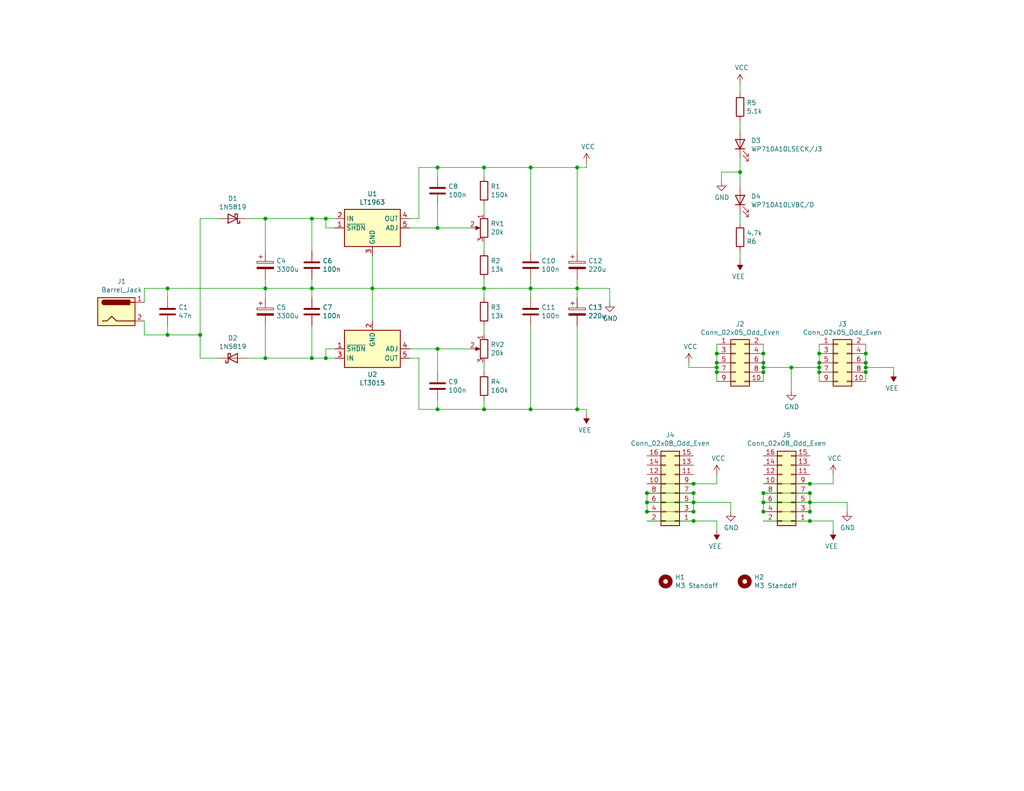
<source format=kicad_sch>
(kicad_sch (version 20211123) (generator eeschema)
  (paper "USLetter")
  (title_block (title "Breadboard Power") (date "2022-03-31") (rev "2") (company "New Systems Instruments"))
  (lib_symbols
    (symbol "Connector:Barrel_Jack" (pin_names (offset 1.016))
      (property "Reference" "J" (at 0 5.334 0))
      (property "Value" "Barrel_Jack" (at 0 -5.08 0))
      (symbol "Barrel_Jack_0_1"
        (rectangle (start -5.08 3.81) (end 5.08 -3.81) (stroke (width 0.254)) (fill (type background)))
        (arc (start -3.302 3.175) (mid -3.937 2.54) (end -3.302 1.905) (stroke (width 0.254)))
        (arc (start -3.302 3.175) (mid -3.937 2.54) (end -3.302 1.905) (stroke (width 0.254)) (fill (type outline)))
        (polyline (pts (xy 5.08 2.54) (xy 3.81 2.54)) (stroke (width 0.254)))
        (polyline (pts (xy -3.81 -2.54) (xy -2.54 -2.54) (xy -1.27 -1.27) (xy 0 -2.54) (xy 2.54 -2.54) (xy 5.08 -2.54)) (stroke (width 0.254)))
        (rectangle (start 3.683 3.175) (end -3.302 1.905) (stroke (width 0.254)) (fill (type outline)))
      )
      (symbol "Barrel_Jack_1_1"
        (pin passive line (at 7.62 2.54 180) (length 2.54) (name "~") (number "1"))
        (pin passive line (at 7.62 -2.54 180) (length 2.54) (name "~") (number "2"))
      )
    )
    (symbol "Connector_Generic:Conn_02x05_Odd_Even" (pin_names (offset 1.016) hide)
      (property "Reference" "J" (at 1.27 7.62 0))
      (property "Value" "Conn_02x05_Odd_Even" (at 1.27 -7.62 0))
      (symbol "Conn_02x05_Odd_Even_1_1"
        (rectangle (start -1.27 -4.953) (end 0 -5.207) (stroke (width 0.1524)))
        (rectangle (start -1.27 -2.413) (end 0 -2.667) (stroke (width 0.1524)))
        (rectangle (start -1.27 0.127) (end 0 -0.127) (stroke (width 0.1524)))
        (rectangle (start -1.27 2.667) (end 0 2.413) (stroke (width 0.1524)))
        (rectangle (start -1.27 5.207) (end 0 4.953) (stroke (width 0.1524)))
        (rectangle (start -1.27 6.35) (end 3.81 -6.35) (stroke (width 0.254)) (fill (type background)))
        (rectangle (start 3.81 -4.953) (end 2.54 -5.207) (stroke (width 0.1524)))
        (rectangle (start 3.81 -2.413) (end 2.54 -2.667) (stroke (width 0.1524)))
        (rectangle (start 3.81 0.127) (end 2.54 -0.127) (stroke (width 0.1524)))
        (rectangle (start 3.81 2.667) (end 2.54 2.413) (stroke (width 0.1524)))
        (rectangle (start 3.81 5.207) (end 2.54 4.953) (stroke (width 0.1524)))
        (pin passive line (at -5.08 5.08 0) (length 3.81) (name "Pin_1") (number "1"))
        (pin passive line (at 7.62 -5.08 180) (length 3.81) (name "Pin_10") (number "10"))
        (pin passive line (at 7.62 5.08 180) (length 3.81) (name "Pin_2") (number "2"))
        (pin passive line (at -5.08 2.54 0) (length 3.81) (name "Pin_3") (number "3"))
        (pin passive line (at 7.62 2.54 180) (length 3.81) (name "Pin_4") (number "4"))
        (pin passive line (at -5.08 0 0) (length 3.81) (name "Pin_5") (number "5"))
        (pin passive line (at 7.62 0 180) (length 3.81) (name "Pin_6") (number "6"))
        (pin passive line (at -5.08 -2.54 0) (length 3.81) (name "Pin_7") (number "7"))
        (pin passive line (at 7.62 -2.54 180) (length 3.81) (name "Pin_8") (number "8"))
        (pin passive line (at -5.08 -5.08 0) (length 3.81) (name "Pin_9") (number "9"))
      )
    )
    (symbol "Connector_Generic:Conn_02x08_Odd_Even" (pin_names (offset 1.016) hide)
      (property "Reference" "J" (at 1.27 10.16 0))
      (property "Value" "Conn_02x08_Odd_Even" (at 1.27 -12.7 0))
      (symbol "Conn_02x08_Odd_Even_1_1"
        (rectangle (start -1.27 -10.033) (end 0 -10.287) (stroke (width 0.1524)))
        (rectangle (start -1.27 -7.493) (end 0 -7.747) (stroke (width 0.1524)))
        (rectangle (start -1.27 -4.953) (end 0 -5.207) (stroke (width 0.1524)))
        (rectangle (start -1.27 -2.413) (end 0 -2.667) (stroke (width 0.1524)))
        (rectangle (start -1.27 0.127) (end 0 -0.127) (stroke (width 0.1524)))
        (rectangle (start -1.27 2.667) (end 0 2.413) (stroke (width 0.1524)))
        (rectangle (start -1.27 5.207) (end 0 4.953) (stroke (width 0.1524)))
        (rectangle (start -1.27 7.747) (end 0 7.493) (stroke (width 0.1524)))
        (rectangle (start -1.27 8.89) (end 3.81 -11.43) (stroke (width 0.254)) (fill (type background)))
        (rectangle (start 3.81 -10.033) (end 2.54 -10.287) (stroke (width 0.1524)))
        (rectangle (start 3.81 -7.493) (end 2.54 -7.747) (stroke (width 0.1524)))
        (rectangle (start 3.81 -4.953) (end 2.54 -5.207) (stroke (width 0.1524)))
        (rectangle (start 3.81 -2.413) (end 2.54 -2.667) (stroke (width 0.1524)))
        (rectangle (start 3.81 0.127) (end 2.54 -0.127) (stroke (width 0.1524)))
        (rectangle (start 3.81 2.667) (end 2.54 2.413) (stroke (width 0.1524)))
        (rectangle (start 3.81 5.207) (end 2.54 4.953) (stroke (width 0.1524)))
        (rectangle (start 3.81 7.747) (end 2.54 7.493) (stroke (width 0.1524)))
        (pin passive line (at -5.08 7.62 0) (length 3.81) (name "Pin_1") (number "1"))
        (pin passive line (at 7.62 -2.54 180) (length 3.81) (name "Pin_10") (number "10"))
        (pin passive line (at -5.08 -5.08 0) (length 3.81) (name "Pin_11") (number "11"))
        (pin passive line (at 7.62 -5.08 180) (length 3.81) (name "Pin_12") (number "12"))
        (pin passive line (at -5.08 -7.62 0) (length 3.81) (name "Pin_13") (number "13"))
        (pin passive line (at 7.62 -7.62 180) (length 3.81) (name "Pin_14") (number "14"))
        (pin passive line (at -5.08 -10.16 0) (length 3.81) (name "Pin_15") (number "15"))
        (pin passive line (at 7.62 -10.16 180) (length 3.81) (name "Pin_16") (number "16"))
        (pin passive line (at 7.62 7.62 180) (length 3.81) (name "Pin_2") (number "2"))
        (pin passive line (at -5.08 5.08 0) (length 3.81) (name "Pin_3") (number "3"))
        (pin passive line (at 7.62 5.08 180) (length 3.81) (name "Pin_4") (number "4"))
        (pin passive line (at -5.08 2.54 0) (length 3.81) (name "Pin_5") (number "5"))
        (pin passive line (at 7.62 2.54 180) (length 3.81) (name "Pin_6") (number "6"))
        (pin passive line (at -5.08 0 0) (length 3.81) (name "Pin_7") (number "7"))
        (pin passive line (at 7.62 0 180) (length 3.81) (name "Pin_8") (number "8"))
        (pin passive line (at -5.08 -2.54 0) (length 3.81) (name "Pin_9") (number "9"))
      )
    )
    (symbol "Device:C" (pin_numbers hide) (pin_names (offset 0.254))
      (property "Reference" "C" (at 0.635 2.54 0))
      (property "Value" "C" (at 0.635 -2.54 0))
      (symbol "C_0_1"
        (polyline (pts (xy -2.032 -0.762) (xy 2.032 -0.762)) (stroke (width 0.508)))
        (polyline (pts (xy -2.032 0.762) (xy 2.032 0.762)) (stroke (width 0.508)))
      )
      (symbol "C_1_1"
        (pin passive line (at 0 3.81 270) (length 2.794) (name "~") (number "1"))
        (pin passive line (at 0 -3.81 90) (length 2.794) (name "~") (number "2"))
      )
    )
    (symbol "Device:CP" (pin_numbers hide) (pin_names (offset 0.254))
      (property "Reference" "C" (at 0.635 2.54 0))
      (property "Value" "Device_CP" (at 0.635 -2.54 0))
      (symbol "CP_0_1"
        (rectangle (start -2.286 0.508) (end 2.286 1.016))
        (polyline (pts (xy -1.778 2.286) (xy -0.762 2.286)))
        (polyline (pts (xy -1.27 2.794) (xy -1.27 1.778)))
        (rectangle (start 2.286 -0.508) (end -2.286 -1.016) (fill (type outline)))
      )
      (symbol "CP_1_1"
        (pin passive line (at 0 3.81 270) (length 2.794) (name "~") (number "1"))
        (pin passive line (at 0 -3.81 90) (length 2.794) (name "~") (number "2"))
      )
    )
    (symbol "Device:D_Schottky" (pin_numbers hide) (pin_names (offset 1.016) hide)
      (property "Reference" "D" (at 0 2.54 0))
      (property "Value" "D_Schottky" (at 0 -2.54 0))
      (symbol "D_Schottky_0_1"
        (polyline (pts (xy 1.27 0) (xy -1.27 0)))
        (polyline (pts (xy 1.27 1.27) (xy 1.27 -1.27) (xy -1.27 0) (xy 1.27 1.27)) (stroke (width 0.254)))
        (polyline (pts (xy -1.905 0.635) (xy -1.905 1.27) (xy -1.27 1.27) (xy -1.27 -1.27) (xy -0.635 -1.27) (xy -0.635 -0.635)) (stroke (width 0.254)))
      )
      (symbol "D_Schottky_1_1"
        (pin passive line (at -3.81 0 0) (length 2.54) (name "K") (number "1"))
        (pin passive line (at 3.81 0 180) (length 2.54) (name "A") (number "2"))
      )
    )
    (symbol "Device:LED" (pin_numbers hide) (pin_names (offset 1.016) hide)
      (property "Reference" "D" (at 0 2.54 0))
      (property "Value" "LED" (at 0 -2.54 0))
      (symbol "LED_0_1"
        (polyline (pts (xy -1.27 -1.27) (xy -1.27 1.27)) (stroke (width 0.254)))
        (polyline (pts (xy -1.27 0) (xy 1.27 0)))
        (polyline (pts (xy 1.27 -1.27) (xy 1.27 1.27) (xy -1.27 0) (xy 1.27 -1.27)) (stroke (width 0.254)))
        (polyline (pts (xy -3.048 -0.762) (xy -4.572 -2.286) (xy -3.81 -2.286) (xy -4.572 -2.286) (xy -4.572 -1.524)))
        (polyline (pts (xy -1.778 -0.762) (xy -3.302 -2.286) (xy -2.54 -2.286) (xy -3.302 -2.286) (xy -3.302 -1.524)))
      )
      (symbol "LED_1_1"
        (pin passive line (at -3.81 0 0) (length 2.54) (name "K") (number "1"))
        (pin passive line (at 3.81 0 180) (length 2.54) (name "A") (number "2"))
      )
    )
    (symbol "Device:R" (pin_numbers hide) (pin_names (offset 0))
      (property "Reference" "R" (at 2.032 0 90))
      (property "Value" "R" (at 0 0 90))
      (symbol "R_0_1"
        (rectangle (start -1.016 -2.54) (end 1.016 2.54) (stroke (width 0.254)))
      )
      (symbol "R_1_1"
        (pin passive line (at 0 3.81 270) (length 1.27) (name "~") (number "1"))
        (pin passive line (at 0 -3.81 90) (length 1.27) (name "~") (number "2"))
      )
    )
    (symbol "Device:R_POT" (pin_names (offset 1.016) hide)
      (property "Reference" "RV" (at -4.445 0 90))
      (property "Value" "Device_R_POT" (at -2.54 0 90))
      (symbol "R_POT_0_1"
        (polyline (pts (xy 2.54 0) (xy 1.524 0)))
        (polyline (pts (xy 1.143 0) (xy 2.286 0.508) (xy 2.286 -0.508) (xy 1.143 0)) (fill (type outline)))
        (rectangle (start 1.016 2.54) (end -1.016 -2.54) (stroke (width 0.254)))
      )
      (symbol "R_POT_1_1"
        (pin passive line (at 0 3.81 270) (length 1.27) (name "1") (number "1"))
        (pin passive line (at 3.81 0 180) (length 1.27) (name "2") (number "2"))
        (pin passive line (at 0 -3.81 90) (length 1.27) (name "3") (number "3"))
      )
    )
    (symbol "Mechanical:MountingHole" (pin_names (offset 1.016))
      (property "Reference" "H" (at 0 5.08 0))
      (property "Value" "MountingHole" (at 0 3.175 0))
      (symbol "MountingHole_0_1"
        (circle (center 0 0) (radius 1.27) (stroke (width 1.27)))
      )
    )
    (symbol "Regulator_Linear:LT1963AEQ"
      (property "Reference" "U" (at -7.62 6.35 0))
      (property "Value" "LT1963AEQ" (at -1.27 6.35 0))
      (symbol "LT1963AEQ_0_1"
        (rectangle (start -7.62 5.08) (end 7.62 -5.08) (stroke (width 0.254)) (fill (type background)))
      )
      (symbol "LT1963AEQ_1_1"
        (pin input line (at -10.16 0 0) (length 2.54) (name "~{SHDN}") (number "1"))
        (pin power_in line (at -10.16 2.54 0) (length 2.54) (name "IN") (number "2"))
        (pin power_in line (at 0 -7.62 90) (length 2.54) (name "GND") (number "3"))
        (pin power_out line (at 10.16 2.54 180) (length 2.54) (name "OUT") (number "4"))
        (pin input line (at 10.16 0 180) (length 2.54) (name "ADJ") (number "5"))
      )
    )
    (symbol "Regulator_Linear:LT3015Q"
      (property "Reference" "U" (at -6.35 6.35 0))
      (property "Value" "LT3015Q" (at 0 6.35 0))
      (symbol "LT3015Q_0_1"
        (rectangle (start -7.62 5.08) (end 7.62 -5.08) (stroke (width 0.254)) (fill (type background)))
      )
      (symbol "LT3015Q_1_1"
        (pin input line (at -10.16 0 0) (length 2.54) (name "~{SHDN}") (number "1"))
        (pin power_in line (at 0 -7.62 90) (length 2.54) (name "GND") (number "2"))
        (pin power_in line (at -10.16 2.54 0) (length 2.54) (name "IN") (number "3"))
        (pin input line (at 10.16 0 180) (length 2.54) (name "ADJ") (number "4"))
        (pin power_out line (at 10.16 2.54 180) (length 2.54) (name "OUT") (number "5"))
      )
    )
    (symbol "power:GND" (power) (pin_names (offset 0))
      (property "Value" "GND" (at 0 -3.81 0))
      (symbol "GND_0_1"
        (polyline (pts (xy 0 0) (xy 0 -1.27) (xy 1.27 -1.27) (xy 0 -2.54) (xy -1.27 -1.27) (xy 0 -1.27)))
      )
      (symbol "GND_1_1"
        (pin power_in line (at 0 0 270) (length 0) hide (name "GND") (number "1"))
      )
    )
    (symbol "power:VCC" (power) (pin_names (offset 0))
      (property "Value" "VCC" (at 0 3.81 0))
      (symbol "VCC_0_1"
        (polyline (pts (xy -0.762 1.27) (xy 0 2.54)))
        (polyline (pts (xy 0 0) (xy 0 2.54)))
        (polyline (pts (xy 0 2.54) (xy 0.762 1.27)))
      )
      (symbol "VCC_1_1"
        (pin power_in line (at 0 0 90) (length 0) hide (name "VCC") (number "1"))
      )
    )
    (symbol "power:VEE" (power) (pin_names (offset 0))
      (property "Value" "VEE" (at 0 3.81 0))
      (symbol "VEE_0_1"
        (polyline (pts (xy 0 0) (xy 0 2.54)))
        (polyline (pts (xy 0.762 1.27) (xy -0.762 1.27) (xy 0 2.54) (xy 0.762 1.27)) (fill (type outline)))
      )
      (symbol "VEE_1_1"
        (pin power_in line (at 0 0 90) (length 0) hide (name "VEE") (number "1"))
      )
    )
  )
  (junction (at 88.9 97.79))
  (junction (at 132.08 78.74))
  (junction (at 189.23 134.62))
  (junction (at 176.53 139.7))
  (junction (at 223.52 99.06))
  (junction (at 220.98 137.16))
  (junction (at 157.48 78.74))
  (junction (at 223.52 96.52))
  (junction (at 223.52 100.33))
  (junction (at 157.48 45.72))
  (junction (at 85.09 78.74))
  (junction (at 176.53 137.16))
  (junction (at 45.72 91.44))
  (junction (at 189.23 139.7))
  (junction (at 144.78 111.76))
  (junction (at 85.09 97.79))
  (junction (at 119.38 95.25))
  (junction (at 72.39 97.79))
  (junction (at 157.48 111.76))
  (junction (at 85.09 59.69))
  (junction (at 208.28 96.52))
  (junction (at 215.9 100.33))
  (junction (at 201.93 46.99))
  (junction (at 236.22 99.06))
  (junction (at 208.28 101.6))
  (junction (at 220.98 134.62))
  (junction (at 132.08 111.76))
  (junction (at 144.78 45.72))
  (junction (at 72.39 78.74))
  (junction (at 189.23 132.08))
  (junction (at 220.98 132.08))
  (junction (at 236.22 96.52))
  (junction (at 236.22 100.33))
  (junction (at 132.08 45.72))
  (junction (at 88.9 59.69))
  (junction (at 208.28 134.62))
  (junction (at 208.28 100.33))
  (junction (at 195.58 100.33))
  (junction (at 220.98 139.7))
  (junction (at 195.58 99.06))
  (junction (at 101.6 78.74))
  (junction (at 72.39 59.69))
  (junction (at 208.28 99.06))
  (junction (at 45.72 78.74))
  (junction (at 208.28 139.7))
  (junction (at 144.78 78.74))
  (junction (at 195.58 96.52))
  (junction (at 119.38 45.72))
  (junction (at 176.53 134.62))
  (junction (at 54.61 91.44))
  (junction (at 119.38 111.76))
  (junction (at 208.28 137.16))
  (junction (at 195.58 101.6))
  (junction (at 119.38 62.23))
  (junction (at 236.22 101.6))
  (junction (at 189.23 137.16))
  (junction (at 189.23 142.24))
  (junction (at 223.52 101.6))
  (junction (at 220.98 142.24))
  (wire (pts (xy 189.23 134.62) (xy 189.23 137.16)))
  (wire (pts (xy 208.28 104.14) (xy 208.28 101.6)))
  (wire (pts (xy 243.84 100.33) (xy 243.84 101.6)))
  (wire (pts (xy 114.3 111.76) (xy 119.38 111.76)))
  (wire (pts (xy 223.52 99.06) (xy 223.52 100.33)))
  (wire (pts (xy 85.09 88.9) (xy 85.09 97.79)))
  (wire (pts (xy 157.48 68.58) (xy 157.48 45.72)))
  (wire (pts (xy 208.28 134.62) (xy 220.98 134.62)))
  (wire (pts (xy 132.08 45.72) (xy 132.08 48.26)))
  (wire (pts (xy 227.33 129.54) (xy 227.33 132.08)))
  (wire (pts (xy 101.6 69.85) (xy 101.6 78.74)))
  (wire (pts (xy 220.98 137.16) (xy 220.98 139.7)))
  (wire (pts (xy 39.37 91.44) (xy 45.72 91.44)))
  (wire (pts (xy 227.33 142.24) (xy 220.98 142.24)))
  (wire (pts (xy 67.31 59.69) (xy 72.39 59.69)))
  (wire (pts (xy 88.9 95.25) (xy 88.9 97.79)))
  (wire (pts (xy 39.37 87.63) (xy 39.37 91.44)))
  (wire (pts (xy 128.27 95.25) (xy 119.38 95.25)))
  (wire (pts (xy 119.38 62.23) (xy 119.38 55.88)))
  (wire (pts (xy 45.72 78.74) (xy 72.39 78.74)))
  (wire (pts (xy 91.44 59.69) (xy 88.9 59.69)))
  (wire (pts (xy 195.58 129.54) (xy 195.58 132.08)))
  (wire (pts (xy 85.09 59.69) (xy 72.39 59.69)))
  (wire (pts (xy 144.78 78.74) (xy 144.78 81.28)))
  (wire (pts (xy 195.58 100.33) (xy 195.58 101.6)))
  (wire (pts (xy 132.08 101.6) (xy 132.08 99.06)))
  (wire (pts (xy 223.52 100.33) (xy 223.52 101.6)))
  (wire (pts (xy 208.28 99.06) (xy 208.28 96.52)))
  (wire (pts (xy 223.52 101.6) (xy 223.52 104.14)))
  (wire (pts (xy 157.48 111.76) (xy 144.78 111.76)))
  (wire (pts (xy 111.76 97.79) (xy 114.3 97.79)))
  (wire (pts (xy 54.61 59.69) (xy 59.69 59.69)))
  (wire (pts (xy 215.9 100.33) (xy 223.52 100.33)))
  (wire (pts (xy 157.48 45.72) (xy 144.78 45.72)))
  (wire (pts (xy 220.98 132.08) (xy 227.33 132.08)))
  (wire (pts (xy 223.52 96.52) (xy 223.52 99.06)))
  (wire (pts (xy 101.6 78.74) (xy 85.09 78.74)))
  (wire (pts (xy 187.96 99.06) (xy 187.96 100.33)))
  (wire (pts (xy 132.08 91.44) (xy 132.08 88.9)))
  (wire (pts (xy 220.98 137.16) (xy 208.28 137.16)))
  (wire (pts (xy 144.78 68.58) (xy 144.78 45.72)))
  (wire (pts (xy 88.9 59.69) (xy 85.09 59.69)))
  (wire (pts (xy 85.09 78.74) (xy 72.39 78.74)))
  (wire (pts (xy 157.48 78.74) (xy 144.78 78.74)))
  (wire (pts (xy 144.78 88.9) (xy 144.78 111.76)))
  (wire (pts (xy 201.93 25.4) (xy 201.93 22.86)))
  (wire (pts (xy 72.39 78.74) (xy 72.39 81.28)))
  (wire (pts (xy 111.76 59.69) (xy 114.3 59.69)))
  (wire (pts (xy 144.78 45.72) (xy 132.08 45.72)))
  (wire (pts (xy 132.08 58.42) (xy 132.08 55.88)))
  (wire (pts (xy 195.58 96.52) (xy 195.58 99.06)))
  (wire (pts (xy 160.02 45.72) (xy 157.48 45.72)))
  (wire (pts (xy 119.38 62.23) (xy 111.76 62.23)))
  (wire (pts (xy 236.22 99.06) (xy 236.22 96.52)))
  (wire (pts (xy 215.9 100.33) (xy 215.9 106.68)))
  (wire (pts (xy 160.02 113.03) (xy 160.02 111.76)))
  (wire (pts (xy 236.22 99.06) (xy 236.22 100.33)))
  (wire (pts (xy 101.6 78.74) (xy 101.6 87.63)))
  (wire (pts (xy 166.37 78.74) (xy 157.48 78.74)))
  (wire (pts (xy 176.53 142.24) (xy 189.23 142.24)))
  (wire (pts (xy 119.38 45.72) (xy 119.38 48.26)))
  (wire (pts (xy 236.22 100.33) (xy 243.84 100.33)))
  (wire (pts (xy 72.39 88.9) (xy 72.39 97.79)))
  (wire (pts (xy 208.28 137.16) (xy 208.28 134.62)))
  (wire (pts (xy 114.3 59.69) (xy 114.3 45.72)))
  (wire (pts (xy 54.61 59.69) (xy 54.61 91.44)))
  (wire (pts (xy 72.39 97.79) (xy 85.09 97.79)))
  (wire (pts (xy 157.48 76.2) (xy 157.48 78.74)))
  (wire (pts (xy 132.08 76.2) (xy 132.08 78.74)))
  (wire (pts (xy 208.28 100.33) (xy 215.9 100.33)))
  (wire (pts (xy 236.22 100.33) (xy 236.22 101.6)))
  (wire (pts (xy 144.78 78.74) (xy 132.08 78.74)))
  (wire (pts (xy 176.53 139.7) (xy 176.53 137.16)))
  (wire (pts (xy 187.96 100.33) (xy 195.58 100.33)))
  (wire (pts (xy 199.39 139.7) (xy 199.39 137.16)))
  (wire (pts (xy 45.72 91.44) (xy 54.61 91.44)))
  (wire (pts (xy 72.39 68.58) (xy 72.39 59.69)))
  (wire (pts (xy 59.69 97.79) (xy 54.61 97.79)))
  (wire (pts (xy 223.52 93.98) (xy 223.52 96.52)))
  (wire (pts (xy 196.85 46.99) (xy 196.85 49.53)))
  (wire (pts (xy 114.3 45.72) (xy 119.38 45.72)))
  (wire (pts (xy 176.53 137.16) (xy 176.53 134.62)))
  (wire (pts (xy 119.38 101.6) (xy 119.38 95.25)))
  (wire (pts (xy 201.93 71.12) (xy 201.93 68.58)))
  (wire (pts (xy 144.78 111.76) (xy 132.08 111.76)))
  (wire (pts (xy 220.98 139.7) (xy 208.28 139.7)))
  (wire (pts (xy 236.22 101.6) (xy 236.22 104.14)))
  (wire (pts (xy 91.44 62.23) (xy 88.9 62.23)))
  (wire (pts (xy 119.38 111.76) (xy 132.08 111.76)))
  (wire (pts (xy 128.27 62.23) (xy 119.38 62.23)))
  (wire (pts (xy 195.58 144.78) (xy 195.58 142.24)))
  (wire (pts (xy 201.93 46.99) (xy 196.85 46.99)))
  (wire (pts (xy 132.08 78.74) (xy 132.08 81.28)))
  (wire (pts (xy 119.38 111.76) (xy 119.38 109.22)))
  (wire (pts (xy 231.14 137.16) (xy 220.98 137.16)))
  (wire (pts (xy 189.23 142.24) (xy 195.58 142.24)))
  (wire (pts (xy 144.78 76.2) (xy 144.78 78.74)))
  (wire (pts (xy 119.38 95.25) (xy 111.76 95.25)))
  (wire (pts (xy 39.37 82.55) (xy 39.37 78.74)))
  (wire (pts (xy 195.58 101.6) (xy 195.58 104.14)))
  (wire (pts (xy 201.93 60.96) (xy 201.93 58.42)))
  (wire (pts (xy 199.39 137.16) (xy 189.23 137.16)))
  (wire (pts (xy 208.28 142.24) (xy 220.98 142.24)))
  (wire (pts (xy 85.09 78.74) (xy 85.09 81.28)))
  (wire (pts (xy 85.09 59.69) (xy 85.09 68.58)))
  (wire (pts (xy 201.93 43.18) (xy 201.93 46.99)))
  (wire (pts (xy 189.23 132.08) (xy 195.58 132.08)))
  (wire (pts (xy 208.28 100.33) (xy 208.28 101.6)))
  (wire (pts (xy 160.02 111.76) (xy 157.48 111.76)))
  (wire (pts (xy 85.09 76.2) (xy 85.09 78.74)))
  (wire (pts (xy 88.9 62.23) (xy 88.9 59.69)))
  (wire (pts (xy 132.08 111.76) (xy 132.08 109.22)))
  (wire (pts (xy 67.31 97.79) (xy 72.39 97.79)))
  (wire (pts (xy 176.53 134.62) (xy 189.23 134.62)))
  (wire (pts (xy 189.23 139.7) (xy 176.53 139.7)))
  (wire (pts (xy 39.37 78.74) (xy 45.72 78.74)))
  (wire (pts (xy 195.58 99.06) (xy 195.58 100.33)))
  (wire (pts (xy 132.08 68.58) (xy 132.08 66.04)))
  (wire (pts (xy 208.28 99.06) (xy 208.28 100.33)))
  (wire (pts (xy 119.38 45.72) (xy 132.08 45.72)))
  (wire (pts (xy 45.72 78.74) (xy 45.72 81.28)))
  (wire (pts (xy 54.61 91.44) (xy 54.61 97.79)))
  (wire (pts (xy 132.08 78.74) (xy 101.6 78.74)))
  (wire (pts (xy 160.02 44.45) (xy 160.02 45.72)))
  (wire (pts (xy 85.09 97.79) (xy 88.9 97.79)))
  (wire (pts (xy 189.23 137.16) (xy 189.23 139.7)))
  (wire (pts (xy 208.28 132.08) (xy 220.98 132.08)))
  (wire (pts (xy 201.93 46.99) (xy 201.93 50.8)))
  (wire (pts (xy 72.39 76.2) (xy 72.39 78.74)))
  (wire (pts (xy 45.72 91.44) (xy 45.72 88.9)))
  (wire (pts (xy 114.3 97.79) (xy 114.3 111.76)))
  (wire (pts (xy 236.22 96.52) (xy 236.22 93.98)))
  (wire (pts (xy 176.53 132.08) (xy 189.23 132.08)))
  (wire (pts (xy 227.33 144.78) (xy 227.33 142.24)))
  (wire (pts (xy 208.28 139.7) (xy 208.28 137.16)))
  (wire (pts (xy 195.58 93.98) (xy 195.58 96.52)))
  (wire (pts (xy 220.98 134.62) (xy 220.98 137.16)))
  (wire (pts (xy 166.37 82.55) (xy 166.37 78.74)))
  (wire (pts (xy 88.9 97.79) (xy 91.44 97.79)))
  (wire (pts (xy 157.48 78.74) (xy 157.48 81.28)))
  (wire (pts (xy 189.23 137.16) (xy 176.53 137.16)))
  (wire (pts (xy 91.44 95.25) (xy 88.9 95.25)))
  (wire (pts (xy 201.93 35.56) (xy 201.93 33.02)))
  (wire (pts (xy 157.48 88.9) (xy 157.48 111.76)))
  (wire (pts (xy 231.14 139.7) (xy 231.14 137.16)))
  (wire (pts (xy 208.28 96.52) (xy 208.28 93.98)))
  (symbol (lib_id "Regulator_Linear:LT1963AEQ") (at 101.6 62.23 0) (unit 1)
    (property "Reference" "U1" (at 101.6 52.9082 0))
    (property "Value" "LT1963" (at 101.6 55.2196 0))
    (property "Footprint" "Package_TO_SOT_THT:TO-220-5_P3.4x3.7mm_StaggerOdd_Lead3.8mm_Vertical" (effects hide))
    (property "Datasheet" "https://www.analog.com/media/en/technical-documentation/data-sheets/1963aff.pdf" (effects hide))
  )
  (symbol (lib_id "Regulator_Linear:LT3015Q") (at 101.6 95.25 0) (mirror x) (unit 1)
    (property "Reference" "U2" (at 101.6 102.235 0))
    (property "Value" "LT3015" (at 101.6 104.5464 0))
    (property "Footprint" "Package_TO_SOT_THT:TO-220-5_P3.4x3.7mm_StaggerOdd_Lead3.8mm_Vertical" (effects hide))
    (property "Datasheet" "https://www.analog.com/media/en/technical-documentation/data-sheets/3015fb.pdf" (effects hide))
  )
  (symbol (lib_id "Device:R_POT") (at 132.08 62.23 0) (mirror y) (unit 1)
    (property "Reference" "RV1" (at 133.858 61.0616 0) (effects (justify right)))
    (property "Value" "20k" (at 133.858 63.373 0) (effects (justify right)))
    (property "Footprint" "NSI Footprints:Potentiometer_TT_67Y_Vertical" (effects hide))
  )
  (symbol (lib_id "Device:R_POT") (at 132.08 95.25 0) (mirror y) (unit 1)
    (property "Reference" "RV2" (at 133.858 94.0816 0) (effects (justify right)))
    (property "Value" "20k" (at 133.858 96.393 0) (effects (justify right)))
    (property "Footprint" "NSI Footprints:Potentiometer_TT_67Y_Vertical" (effects hide))
  )
  (symbol (lib_id "Device:R") (at 132.08 105.41 0) (unit 1)
    (property "Reference" "R4" (at 133.858 104.2416 0) (effects (justify left)))
    (property "Value" "160k" (at 133.858 106.553 0) (effects (justify left)))
    (property "Footprint" "Resistor_THT:R_Axial_DIN0207_L6.3mm_D2.5mm_P7.62mm_Horizontal" (effects hide))
  )
  (symbol (lib_id "Device:R") (at 132.08 85.09 0) (unit 1)
    (property "Reference" "R3" (at 133.858 83.9216 0) (effects (justify left)))
    (property "Value" "13k" (at 133.858 86.233 0) (effects (justify left)))
    (property "Footprint" "Resistor_THT:R_Axial_DIN0207_L6.3mm_D2.5mm_P7.62mm_Horizontal" (effects hide))
  )
  (symbol (lib_id "Device:R") (at 132.08 72.39 0) (unit 1)
    (property "Reference" "R2" (at 133.858 71.2216 0) (effects (justify left)))
    (property "Value" "13k" (at 133.858 73.533 0) (effects (justify left)))
    (property "Footprint" "Resistor_THT:R_Axial_DIN0207_L6.3mm_D2.5mm_P7.62mm_Horizontal" (effects hide))
  )
  (symbol (lib_id "Device:R") (at 132.08 52.07 0) (unit 1)
    (property "Reference" "R1" (at 133.858 50.9016 0) (effects (justify left)))
    (property "Value" "150k" (at 133.858 53.213 0) (effects (justify left)))
    (property "Footprint" "Resistor_THT:R_Axial_DIN0207_L6.3mm_D2.5mm_P7.62mm_Horizontal" (effects hide))
  )
  (symbol (lib_id "Device:C") (at 119.38 52.07 0) (unit 1)
    (property "Reference" "C8" (at 122.301 50.9016 0) (effects (justify left)))
    (property "Value" "100n" (at 122.301 53.213 0) (effects (justify left)))
    (property "Footprint" "NSI Footprints:C_Disc_D4mm_W2.6mm_P5.08mm" (effects hide))
  )
  (symbol (lib_id "Device:C") (at 119.38 105.41 0) (unit 1)
    (property "Reference" "C9" (at 122.301 104.2416 0) (effects (justify left)))
    (property "Value" "100n" (at 122.301 106.553 0) (effects (justify left)))
    (property "Footprint" "NSI Footprints:C_Disc_D4mm_W2.6mm_P5.08mm" (effects hide))
  )
  (symbol (lib_id "Device:C") (at 144.78 85.09 0) (unit 1)
    (property "Reference" "C11" (at 147.701 83.9216 0) (effects (justify left)))
    (property "Value" "100n" (at 147.701 86.233 0) (effects (justify left)))
    (property "Footprint" "NSI Footprints:C_Disc_D4mm_W2.6mm_P5.08mm" (effects hide))
  )
  (symbol (lib_id "Device:C") (at 144.78 72.39 0) (unit 1)
    (property "Reference" "C10" (at 147.701 71.2216 0) (effects (justify left)))
    (property "Value" "100n" (at 147.701 73.533 0) (effects (justify left)))
    (property "Footprint" "NSI Footprints:C_Disc_D4mm_W2.6mm_P5.08mm" (effects hide))
  )
  (symbol (lib_id "Device:C") (at 85.09 85.09 0) (unit 1)
    (property "Reference" "C7" (at 88.011 83.9216 0) (effects (justify left)))
    (property "Value" "100n" (at 88.011 86.233 0) (effects (justify left)))
    (property "Footprint" "NSI Footprints:C_Disc_D4mm_W2.6mm_P5.08mm" (effects hide))
  )
  (symbol (lib_id "Device:C") (at 85.09 72.39 0) (unit 1)
    (property "Reference" "C6" (at 88.011 71.2216 0) (effects (justify left)))
    (property "Value" "100n" (at 88.011 73.533 0) (effects (justify left)))
    (property "Footprint" "NSI Footprints:C_Disc_D4mm_W2.6mm_P5.08mm" (effects hide))
  )
  (symbol (lib_id "Device:D_Schottky") (at 63.5 59.69 180) (unit 1)
    (property "Reference" "D1" (at 63.5 54.2036 0))
    (property "Value" "1N5819" (at 63.5 56.515 0))
    (property "Footprint" "Diode_THT:D_DO-41_SOD81_P7.62mm_Horizontal" (effects hide))
  )
  (symbol (lib_id "Device:D_Schottky") (at 63.5 97.79 0) (mirror x) (unit 1)
    (property "Reference" "D2" (at 63.5 92.3036 0))
    (property "Value" "1N5819" (at 63.5 94.615 0))
    (property "Footprint" "Diode_THT:D_DO-41_SOD81_P7.62mm_Horizontal" (effects hide))
  )
  (symbol (lib_id "Connector:Barrel_Jack") (at 31.75 85.09 0) (unit 1)
    (property "Reference" "J1" (at 33.1978 76.835 0))
    (property "Value" "Barrel_Jack" (at 33.1978 79.1464 0))
    (property "Footprint" "Connector_BarrelJack:BarrelJack_Horizontal" (effects hide))
  )
  (symbol (lib_id "Connector_Generic:Conn_02x05_Odd_Even") (at 200.66 99.06 0) (unit 1)
    (property "Reference" "J2" (at 201.93 88.4682 0))
    (property "Value" "Conn_02x05_Odd_Even" (at 201.93 90.7796 0))
    (property "Footprint" "Connector_PinHeader_2.54mm:PinHeader_2x05_P2.54mm_Vertical" (effects hide))
  )
  (symbol (lib_id "Connector_Generic:Conn_02x05_Odd_Even") (at 228.6 99.06 0) (unit 1)
    (property "Reference" "J3" (at 229.87 88.4682 0))
    (property "Value" "Conn_02x05_Odd_Even" (at 229.87 90.7796 0))
    (property "Footprint" "Connector_PinHeader_2.54mm:PinHeader_2x05_P2.54mm_Vertical" (effects hide))
  )
  (symbol (lib_id "Device:C") (at 45.72 85.09 0) (unit 1)
    (property "Reference" "C1" (at 48.641 83.9216 0) (effects (justify left)))
    (property "Value" "47n" (at 48.641 86.233 0) (effects (justify left)))
    (property "Footprint" "NSI Footprints:C_Disc_D4mm_W2.6mm_P5.08mm" (effects hide))
  )
  (symbol (lib_id "Device:CP") (at 157.48 72.39 0) (unit 1)
    (property "Reference" "C12" (at 160.4772 71.2216 0) (effects (justify left)))
    (property "Value" "220u" (at 160.4772 73.533 0) (effects (justify left)))
    (property "Footprint" "Capacitor_THT:CP_Radial_D8.0mm_P3.50mm" (effects hide))
  )
  (symbol (lib_id "Device:CP") (at 157.48 85.09 0) (unit 1)
    (property "Reference" "C13" (at 160.4772 83.9216 0) (effects (justify left)))
    (property "Value" "220u" (at 160.4772 86.233 0) (effects (justify left)))
    (property "Footprint" "Capacitor_THT:CP_Radial_D8.0mm_P3.50mm" (effects hide))
  )
  (symbol (lib_id "Device:CP") (at 72.39 85.09 0) (unit 1)
    (property "Reference" "C5" (at 75.3872 83.9216 0) (effects (justify left)))
    (property "Value" "3300u" (at 75.3872 86.233 0) (effects (justify left)))
    (property "Footprint" "Capacitor_THT:CP_Radial_D16.0mm_P7.50mm" (effects hide))
  )
  (symbol (lib_id "Device:CP") (at 72.39 72.39 0) (unit 1)
    (property "Reference" "C4" (at 75.3872 71.2216 0) (effects (justify left)))
    (property "Value" "3300u" (at 75.3872 73.533 0) (effects (justify left)))
    (property "Footprint" "Capacitor_THT:CP_Radial_D16.0mm_P7.50mm" (effects hide))
  )
  (symbol (lib_id "Device:LED") (at 201.93 54.61 90) (unit 1)
    (property "Reference" "D4" (at 204.9018 53.6194 90) (effects (justify right)))
    (property "Value" "WP710A10LVBC/D" (at 204.9018 55.9308 90) (effects (justify right)))
    (property "Footprint" "LED_THT:LED_D3.0mm" (effects hide))
  )
  (symbol (lib_id "Device:LED") (at 201.93 39.37 90) (unit 1)
    (property "Reference" "D3" (at 204.9018 38.3794 90) (effects (justify right)))
    (property "Value" "WP710A10LSECK/J3" (at 204.9018 40.6908 90) (effects (justify right)))
    (property "Footprint" "LED_THT:LED_D3.0mm" (effects hide))
  )
  (symbol (lib_id "power:VCC") (at 160.02 44.45 0) (unit 1)
    (property "Reference" "#PWR01" (effects hide))
    (property "Value" "VCC" (at 160.4518 40.0558 0))
  )
  (symbol (lib_id "power:VEE") (at 160.02 113.03 180) (unit 1)
    (property "Reference" "#PWR02" (effects hide))
    (property "Value" "VEE" (at 159.5628 117.4242 0))
  )
  (symbol (lib_id "power:GND") (at 166.37 82.55 0) (unit 1)
    (property "Reference" "#PWR03" (effects hide))
    (property "Value" "GND" (at 166.497 86.9442 0))
  )
  (symbol (lib_id "power:VEE") (at 195.58 144.78 180) (unit 1)
    (property "Reference" "#PWR011" (effects hide))
    (property "Value" "VEE" (at 195.1228 149.1742 0))
  )
  (symbol (lib_id "power:VCC") (at 195.58 129.54 0) (unit 1)
    (property "Reference" "#PWR010" (effects hide))
    (property "Value" "VCC" (at 196.0118 125.1458 0))
  )
  (symbol (lib_id "power:GND") (at 199.39 139.7 0) (unit 1)
    (property "Reference" "#PWR012" (effects hide))
    (property "Value" "GND" (at 199.517 144.0942 0))
  )
  (symbol (lib_id "power:GND") (at 196.85 49.53 0) (unit 1)
    (property "Reference" "#PWR05" (effects hide))
    (property "Value" "GND" (at 196.977 53.9242 0))
  )
  (symbol (lib_id "Device:R") (at 201.93 29.21 0) (unit 1)
    (property "Reference" "R5" (at 203.708 28.0416 0) (effects (justify left)))
    (property "Value" "5.1k" (at 203.708 30.353 0) (effects (justify left)))
    (property "Footprint" "Resistor_THT:R_Axial_DIN0207_L6.3mm_D2.5mm_P2.54mm_Vertical" (effects hide))
  )
  (symbol (lib_id "Device:R") (at 201.93 64.77 0) (mirror x) (unit 1)
    (property "Reference" "R6" (at 203.708 65.9384 0) (effects (justify left)))
    (property "Value" "4.7k" (at 203.708 63.627 0) (effects (justify left)))
    (property "Footprint" "Resistor_THT:R_Axial_DIN0207_L6.3mm_D2.5mm_P2.54mm_Vertical" (effects hide))
  )
  (symbol (lib_id "power:VCC") (at 201.93 22.86 0) (unit 1)
    (property "Reference" "#PWR06" (effects hide))
    (property "Value" "VCC" (at 202.3618 18.4658 0))
  )
  (symbol (lib_id "power:VEE") (at 201.93 71.12 180) (unit 1)
    (property "Reference" "#PWR07" (effects hide))
    (property "Value" "VEE" (at 201.4728 75.5142 0))
  )
  (symbol (lib_id "power:VEE") (at 227.33 144.78 180) (unit 1)
    (property "Reference" "#PWR014" (effects hide))
    (property "Value" "VEE" (at 226.8728 149.1742 0))
  )
  (symbol (lib_id "power:VCC") (at 227.33 129.54 0) (unit 1)
    (property "Reference" "#PWR013" (effects hide))
    (property "Value" "VCC" (at 227.7618 125.1458 0))
  )
  (symbol (lib_id "power:GND") (at 231.14 139.7 0) (unit 1)
    (property "Reference" "#PWR015" (effects hide))
    (property "Value" "GND" (at 231.267 144.0942 0))
  )
  (symbol (lib_id "power:VCC") (at 187.96 99.06 0) (unit 1)
    (property "Reference" "#PWR04" (effects hide))
    (property "Value" "VCC" (at 188.3918 94.6658 0))
  )
  (symbol (lib_id "power:VEE") (at 243.84 101.6 180) (unit 1)
    (property "Reference" "#PWR09" (effects hide))
    (property "Value" "VEE" (at 243.3828 105.9942 0))
  )
  (symbol (lib_id "Mechanical:MountingHole") (at 181.61 158.75 0) (unit 1)
    (property "Reference" "H1" (at 184.15 157.5816 0) (effects (justify left)))
    (property "Value" "M3 Standoff" (at 184.15 159.893 0) (effects (justify left)))
    (property "Footprint" "MountingHole:MountingHole_3.2mm_M3_Pad" (effects hide))
  )
  (symbol (lib_id "Mechanical:MountingHole") (at 203.2 158.75 0) (unit 1)
    (property "Reference" "H2" (at 205.74 157.5816 0) (effects (justify left)))
    (property "Value" "M3 Standoff" (at 205.74 159.893 0) (effects (justify left)))
    (property "Footprint" "MountingHole:MountingHole_3.2mm_M3_Pad" (effects hide))
  )
  (symbol (lib_id "Connector_Generic:Conn_02x08_Odd_Even") (at 184.15 134.62 180) (unit 1)
    (property "Reference" "J4" (at 182.88 118.745 0))
    (property "Value" "Conn_02x08_Odd_Even" (at 182.88 121.0564 0))
    (property "Footprint" "Connector_IDC:IDC-Header_2x08_P2.54mm_Vertical" (effects hide))
  )
  (symbol (lib_id "Connector_Generic:Conn_02x08_Odd_Even") (at 215.9 134.62 180) (unit 1)
    (property "Reference" "J5" (at 214.63 118.745 0))
    (property "Value" "Conn_02x08_Odd_Even" (at 214.63 121.0564 0))
    (property "Footprint" "Connector_IDC:IDC-Header_2x08_P2.54mm_Vertical" (effects hide))
  )
  (symbol (lib_id "power:GND") (at 215.9 106.68 0) (unit 1)
    (property "Reference" "#PWR08" (effects hide))
    (property "Value" "GND" (at 216.027 111.0742 0))
  )
)
</source>
